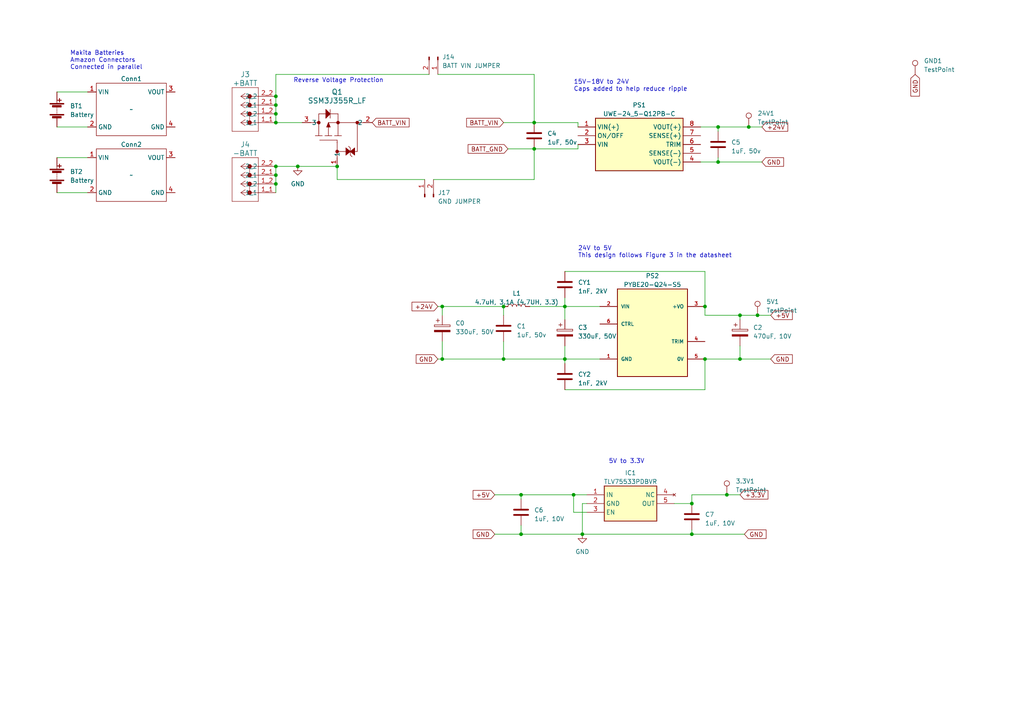
<source format=kicad_sch>
(kicad_sch (version 20230121) (generator eeschema)
  (paper "A4")
  (lib_symbols
    (symbol "2604-1102:2604-1102" (pin_names (offset 0.254))
      (property "Reference" "J" (at 8.89 6.35 0))
      (property "Value" "2604-1102" (at 0 0 0))
      (symbol "2604-1102_0_1"
        (polyline (pts (xy 5.08 -10.16) (xy 12.7 -10.16)) (stroke (width 0.127)))
        (polyline (pts (xy 5.08 2.54) (xy 5.08 -10.16)) (stroke (width 0.127)))
        (polyline (pts (xy 7.62 -5.08) (xy 7.62 -7.62)) (stroke (width 0.127)))
        (polyline (pts (xy 7.62 0) (xy 7.62 -2.54)) (stroke (width 0.127)))
        (polyline (pts (xy 10.16 -7.62) (xy 5.08 -7.62)) (stroke (width 0.127)))
        (polyline (pts (xy 10.16 -7.62) (xy 8.89 -8.4667)) (stroke (width 0.127)))
        (polyline (pts (xy 10.16 -7.62) (xy 8.89 -6.7733)) (stroke (width 0.127)))
        (polyline (pts (xy 10.16 -5.08) (xy 5.08 -5.08)) (stroke (width 0.127)))
        (polyline (pts (xy 10.16 -5.08) (xy 8.89 -5.9267)) (stroke (width 0.127)))
        (polyline (pts (xy 10.16 -5.08) (xy 8.89 -4.2333)) (stroke (width 0.127)))
        (polyline (pts (xy 10.16 -2.54) (xy 5.08 -2.54)) (stroke (width 0.127)))
        (polyline (pts (xy 10.16 -2.54) (xy 8.89 -3.3867)) (stroke (width 0.127)))
        (polyline (pts (xy 10.16 -2.54) (xy 8.89 -1.6933)) (stroke (width 0.127)))
        (polyline (pts (xy 10.16 0) (xy 5.08 0)) (stroke (width 0.127)))
        (polyline (pts (xy 10.16 0) (xy 8.89 -0.8467)) (stroke (width 0.127)))
        (polyline (pts (xy 10.16 0) (xy 8.89 0.8467)) (stroke (width 0.127)))
        (polyline (pts (xy 12.7 -10.16) (xy 12.7 2.54)) (stroke (width 0.127)))
        (polyline (pts (xy 12.7 2.54) (xy 5.08 2.54)) (stroke (width 0.127)))
        (circle (center 7.62 -7.62) (radius 0.127) (stroke (width 0.508)))
        (circle (center 7.62 -5.08) (radius 0.127) (stroke (width 0.508)))
        (circle (center 7.62 -2.54) (radius 0.127) (stroke (width 0.508)))
        (circle (center 7.62 0) (radius 0.127) (stroke (width 0.508)))
        (pin unspecified line (at 0 0 0) (length 5.08) (name "1_1") (number "1_1"))
        (pin unspecified line (at 0 -2.54 0) (length 5.08) (name "1_2") (number "1_2"))
        (pin unspecified line (at 0 -5.08 0) (length 5.08) (name "2_1") (number "2_1"))
        (pin unspecified line (at 0 -7.62 0) (length 5.08) (name "2_2") (number "2_2"))
      )
    )
    (symbol "Connector:Conn_01x02_Pin" (pin_names (offset 1.016) hide)
      (property "Reference" "J" (at 0 2.54 0))
      (property "Value" "Conn_01x02_Pin" (at 0 -5.08 0))
      (symbol "Conn_01x02_Pin_1_1"
        (polyline (pts (xy 1.27 -2.54) (xy 0.8636 -2.54)) (stroke (width 0.1524)))
        (polyline (pts (xy 1.27 0) (xy 0.8636 0)) (stroke (width 0.1524)))
        (rectangle (start 0.8636 -2.413) (end 0 -2.667) (stroke (width 0.1524)) (fill (type outline)))
        (rectangle (start 0.8636 0.127) (end 0 -0.127) (stroke (width 0.1524)) (fill (type outline)))
        (pin passive line (at 5.08 0 180) (length 3.81) (name "Pin_1") (number "1"))
        (pin passive line (at 5.08 -2.54 180) (length 3.81) (name "Pin_2") (number "2"))
      )
    )
    (symbol "Connector:TestPoint" (pin_numbers hide) (pin_names (offset 0.762) hide)
      (property "Reference" "TP" (at 0 6.858 0))
      (property "Value" "TestPoint" (at 0 5.08 0))
      (symbol "TestPoint_0_1"
        (circle (center 0 3.302) (radius 0.762))
      )
      (symbol "TestPoint_1_1"
        (pin passive line (at 0 0 90) (length 2.54) (name "1") (number "1"))
      )
    )
    (symbol "Device:Battery" (pin_numbers hide) (pin_names (offset 0) hide)
      (property "Reference" "BT" (at 2.54 2.54 0))
      (property "Value" "Battery" (at 2.54 0 0))
      (symbol "Battery_0_1"
        (rectangle (start -2.032 -1.397) (end 2.032 -1.651) (fill (type outline)))
        (rectangle (start -2.032 1.778) (end 2.032 1.524) (fill (type outline)))
        (rectangle (start -1.3208 -1.9812) (end 1.27 -2.4892) (fill (type outline)))
        (rectangle (start -1.3208 1.1938) (end 1.27 0.6858) (fill (type outline)))
        (polyline (pts (xy 0 -1.524) (xy 0 -1.27)))
        (polyline (pts (xy 0 -1.016) (xy 0 -0.762)))
        (polyline (pts (xy 0 -0.508) (xy 0 -0.254)))
        (polyline (pts (xy 0 0) (xy 0 0.254)))
        (polyline (pts (xy 0 0.508) (xy 0 0.762)))
        (polyline (pts (xy 0 1.778) (xy 0 2.54)))
        (polyline (pts (xy 0.254 2.667) (xy 1.27 2.667)) (stroke (width 0.254)))
        (polyline (pts (xy 0.762 3.175) (xy 0.762 2.159)) (stroke (width 0.254)))
      )
      (symbol "Battery_1_1"
        (pin passive line (at 0 5.08 270) (length 2.54) (name "+") (number "1"))
        (pin passive line (at 0 -5.08 90) (length 2.54) (name "-") (number "2"))
      )
    )
    (symbol "Device:C" (pin_numbers hide) (pin_names (offset 0.254))
      (property "Reference" "C" (at 0.635 2.54 0))
      (property "Value" "C" (at 0.635 -2.54 0))
      (symbol "C_0_1"
        (polyline (pts (xy -2.032 -0.762) (xy 2.032 -0.762)) (stroke (width 0.508)))
        (polyline (pts (xy -2.032 0.762) (xy 2.032 0.762)) (stroke (width 0.508)))
      )
      (symbol "C_1_1"
        (pin passive line (at 0 3.81 270) (length 2.794) (name "~") (number "1"))
        (pin passive line (at 0 -3.81 90) (length 2.794) (name "~") (number "2"))
      )
    )
    (symbol "Device:C_Polarized" (pin_numbers hide) (pin_names (offset 0.254))
      (property "Reference" "C" (at 0.635 2.54 0))
      (property "Value" "C_Polarized" (at 0.635 -2.54 0))
      (symbol "C_Polarized_0_1"
        (rectangle (start -2.286 0.508) (end 2.286 1.016))
        (polyline (pts (xy -1.778 2.286) (xy -0.762 2.286)))
        (polyline (pts (xy -1.27 2.794) (xy -1.27 1.778)))
        (rectangle (start 2.286 -0.508) (end -2.286 -1.016) (fill (type outline)))
      )
      (symbol "C_Polarized_1_1"
        (pin passive line (at 0 3.81 270) (length 2.794) (name "~") (number "1"))
        (pin passive line (at 0 -3.81 90) (length 2.794) (name "~") (number "2"))
      )
    )
    (symbol "Device:L" (pin_numbers hide) (pin_names (offset 1.016) hide)
      (property "Reference" "L" (at -1.27 0 90))
      (property "Value" "L" (at 1.905 0 90))
      (symbol "L_0_1"
        (arc (start 0 -2.54) (mid 0.6323 -1.905) (end 0 -1.27))
        (arc (start 0 -1.27) (mid 0.6323 -0.635) (end 0 0))
        (arc (start 0 0) (mid 0.6323 0.635) (end 0 1.27))
        (arc (start 0 1.27) (mid 0.6323 1.905) (end 0 2.54))
      )
      (symbol "L_1_1"
        (pin passive line (at 0 3.81 270) (length 1.27) (name "1") (number "1"))
        (pin passive line (at 0 -3.81 90) (length 1.27) (name "2") (number "2"))
      )
    )
    (symbol "MakitaBatteryAdapter:MakitaBatteryAdapter"
      (property "Reference" "Conn" (at 0 10.16 0))
      (symbol "MakitaBatteryAdapter_0_1"
        (rectangle (start -10.16 7.62) (end 10.16 -7.62))
      )
      (symbol "MakitaBatteryAdapter_1_1"
        (pin input line (at -12.7 5.08 0) (length 2.54) (name "VIN") (number "1"))
        (pin input line (at -12.7 -5.08 0) (length 2.54) (name "GND") (number "2"))
        (pin output line (at 12.7 5.08 180) (length 2.54) (name "VOUT") (number "3"))
        (pin output line (at 12.7 -5.08 180) (length 2.54) (name "GND") (number "4"))
      )
    )
    (symbol "PYBE20-Q24-S5:PYBE20-Q24-S5" (pin_names (offset 1.016))
      (property "Reference" "PS" (at -10.16 12.7 0))
      (property "Value" "PYBE20-Q24-S5" (at -10.16 -15.24 0))
      (symbol "PYBE20-Q24-S5_0_0"
        (rectangle (start -10.16 -12.7) (end 10.16 12.7) (stroke (width 0.254)) (fill (type background)))
        (pin power_in line (at -15.24 -7.62 0) (length 5.08) (name "GND") (number "1"))
        (pin input line (at -15.24 7.62 0) (length 5.08) (name "VIN") (number "2"))
        (pin output line (at 15.24 7.62 180) (length 5.08) (name "+VO") (number "3"))
        (pin input line (at 15.24 -2.54 180) (length 5.08) (name "TRIM") (number "4"))
        (pin power_in line (at 15.24 -7.62 180) (length 5.08) (name "0V") (number "5"))
        (pin input line (at -15.24 2.54 0) (length 5.08) (name "CTRL") (number "6"))
      )
    )
    (symbol "SSM3J355R_LF:SSM3J355R_LF" (pin_names (offset 0.254))
      (property "Reference" "MOSFET" (at 0 0 0))
      (property "Value" "SSM3J355R_LF" (at 0 0 0))
      (symbol "SSM3J355R_LF_0_1"
        (polyline (pts (xy 0 -7.62) (xy 4.572 -7.62)) (stroke (width 0.1524)))
        (polyline (pts (xy 0.762 -12.7) (xy 2.794 -12.7)) (stroke (width 0.1524)))
        (polyline (pts (xy 0.762 -11.43) (xy 0.254 -11.938)) (stroke (width 0.1524)))
        (polyline (pts (xy 0.762 -11.43) (xy 2.794 -11.43)) (stroke (width 0.1524)))
        (polyline (pts (xy 0.762 -10.16) (xy 1.778 -11.43)) (stroke (width 0.1524)))
        (polyline (pts (xy 0.762 -10.16) (xy 2.794 -10.16)) (stroke (width 0.1524)))
        (polyline (pts (xy 1.778 -13.462) (xy 10.16 -13.462)) (stroke (width 0.1524)))
        (polyline (pts (xy 1.778 -12.7) (xy 1.778 -13.462)) (stroke (width 0.1524)))
        (polyline (pts (xy 1.778 -11.43) (xy 0.762 -12.7)) (stroke (width 0.1524)))
        (polyline (pts (xy 1.778 -7.62) (xy 1.778 -10.16)) (stroke (width 0.1524)))
        (polyline (pts (xy 2.794 -12.7) (xy 1.778 -11.43)) (stroke (width 0.1524)))
        (polyline (pts (xy 2.794 -11.43) (xy 3.302 -10.922)) (stroke (width 0.1524)))
        (polyline (pts (xy 2.794 -10.16) (xy 1.778 -11.43)) (stroke (width 0.1524)))
        (polyline (pts (xy 5.08 -7.62) (xy 4.318 -7.62)) (stroke (width 0.1524)))
        (polyline (pts (xy 5.08 -7.62) (xy 5.08 -2.54)) (stroke (width 0.1524)))
        (polyline (pts (xy 6.35 -8.89) (xy 6.35 -6.858)) (stroke (width 0.1524)))
        (polyline (pts (xy 6.35 -7.874) (xy 12.7 -7.874)) (stroke (width 0.1524)))
        (polyline (pts (xy 6.35 -6.096) (xy 6.35 -4.064)) (stroke (width 0.1524)))
        (polyline (pts (xy 6.35 -5.08) (xy 8.89 -5.08)) (stroke (width 0.1524)))
        (polyline (pts (xy 6.35 -3.302) (xy 6.35 -1.27)) (stroke (width 0.1524)))
        (polyline (pts (xy 8.89 -5.588) (xy 10.16 -5.08)) (stroke (width 0.1524)))
        (polyline (pts (xy 8.89 -4.572) (xy 8.89 -5.588)) (stroke (width 0.1524)))
        (polyline (pts (xy 10.16 -5.08) (xy 8.89 -4.572)) (stroke (width 0.1524)))
        (polyline (pts (xy 10.16 -5.08) (xy 10.16 -15.24)) (stroke (width 0.1524)))
        (polyline (pts (xy 10.16 0) (xy 10.16 -2.286)) (stroke (width 0.1524)))
        (polyline (pts (xy 11.43 -5.588) (xy 13.97 -5.588)) (stroke (width 0.1524)))
        (polyline (pts (xy 11.43 -4.318) (xy 13.97 -4.318)) (stroke (width 0.1524)))
        (polyline (pts (xy 12.7 -7.874) (xy 12.7 -5.588)) (stroke (width 0.1524)))
        (polyline (pts (xy 12.7 -5.588) (xy 11.43 -4.318)) (stroke (width 0.1524)))
        (polyline (pts (xy 12.7 -4.318) (xy 12.7 -2.286)) (stroke (width 0.1524)))
        (polyline (pts (xy 12.7 -2.286) (xy 6.35 -2.286)) (stroke (width 0.1524)))
        (polyline (pts (xy 13.97 -4.318) (xy 12.7 -5.588)) (stroke (width 0.1524)))
        (polyline (pts (xy 8.89 -4.572) (xy 8.89 -5.588) (xy 10.16 -5.08)) (fill (type outline)))
        (polyline (pts (xy 11.43 -4.318) (xy 12.7 -5.588) (xy 13.97 -4.318)) (fill (type outline)))
        (polyline (pts (xy 0.762 -10.16) (xy 1.778 -11.43) (xy 0.762 -12.7) (xy 2.794 -12.7) (xy 1.778 -11.43) (xy 2.794 -10.16)) (fill (type outline)))
        (circle (center 1.778 -7.62) (radius 0.254) (stroke (width 0.508)))
        (circle (center 10.16 -13.462) (radius 0.254) (stroke (width 0.508)))
        (circle (center 10.16 -7.874) (radius 0.254) (stroke (width 0.508)))
        (circle (center 10.16 -2.286) (radius 0.254) (stroke (width 0.508)))
        (pin unspecified line (at -2.54 -7.62 0) (length 2.54) (name "1") (number "1"))
        (pin unspecified line (at 10.16 -17.78 90) (length 2.54) (name "2") (number "2"))
        (pin unspecified line (at 10.16 2.54 270) (length 2.54) (name "3") (number "3"))
      )
    )
    (symbol "TLV75533PDBVR:TLV75533PDBVR"
      (property "Reference" "IC" (at 21.59 7.62 0))
      (property "Value" "TLV75533PDBVR" (at 21.59 5.08 0))
      (symbol "TLV75533PDBVR_1_1"
        (rectangle (start 5.08 2.54) (end 20.32 -7.62) (stroke (width 0.254)) (fill (type background)))
        (pin passive line (at 0 0 0) (length 5.08) (name "IN") (number "1"))
        (pin passive line (at 0 -2.54 0) (length 5.08) (name "GND") (number "2"))
        (pin passive line (at 0 -5.08 0) (length 5.08) (name "EN") (number "3"))
        (pin no_connect line (at 25.4 0 180) (length 5.08) (name "NC") (number "4"))
        (pin passive line (at 25.4 -2.54 180) (length 5.08) (name "OUT") (number "5"))
      )
    )
    (symbol "UWE-245-Q12PB-C:UWE-24_5-Q12PB-C"
      (property "Reference" "PS" (at 31.75 7.62 0))
      (property "Value" "UWE-24_5-Q12PB-C" (at 31.75 5.08 0))
      (symbol "UWE-24_5-Q12PB-C_1_1"
        (rectangle (start 5.08 2.54) (end 30.48 -12.7) (stroke (width 0.254)) (fill (type background)))
        (pin passive line (at 0 0 0) (length 5.08) (name "VIN(+)") (number "1"))
        (pin passive line (at 0 -2.54 0) (length 5.08) (name "ON/OFF") (number "2"))
        (pin passive line (at 0 -5.08 0) (length 5.08) (name "VIN") (number "3"))
        (pin passive line (at 35.56 -10.16 180) (length 5.08) (name "VOUT(-)") (number "4"))
        (pin passive line (at 35.56 -7.62 180) (length 5.08) (name "SENSE(-)") (number "5"))
        (pin passive line (at 35.56 -5.08 180) (length 5.08) (name "TRIM") (number "6"))
        (pin passive line (at 35.56 -2.54 180) (length 5.08) (name "SENSE(+)") (number "7"))
        (pin passive line (at 35.56 0 180) (length 5.08) (name "VOUT(+)") (number "8"))
      )
    )
    (symbol "power:GND" (power) (pin_names (offset 0))
      (property "Value" "GND" (at 0 -3.81 0))
      (symbol "GND_0_1"
        (polyline (pts (xy 0 0) (xy 0 -1.27) (xy 1.27 -1.27) (xy 0 -2.54) (xy -1.27 -1.27) (xy 0 -1.27)))
      )
      (symbol "GND_1_1"
        (pin power_in line (at 0 0 270) (length 0) hide (name "GND") (number "1"))
      )
    )
  )
  (junction (at 80.01 27.94))
  (junction (at 204.47 88.9))
  (junction (at 80.01 50.8))
  (junction (at 80.01 48.26))
  (junction (at 208.28 46.99))
  (junction (at 80.01 35.56))
  (junction (at 146.05 88.9))
  (junction (at 80.01 30.48))
  (junction (at 200.66 154.94))
  (junction (at 219.71 91.44))
  (junction (at 154.94 35.56))
  (junction (at 163.83 88.9))
  (junction (at 166.37 143.51))
  (junction (at 80.01 53.34))
  (junction (at 204.47 104.14))
  (junction (at 163.83 104.14))
  (junction (at 151.13 154.94))
  (junction (at 128.27 88.9))
  (junction (at 154.94 43.18))
  (junction (at 210.82 143.51))
  (junction (at 200.66 146.05))
  (junction (at 146.05 104.14))
  (junction (at 214.63 91.44))
  (junction (at 151.13 143.51))
  (junction (at 128.27 104.14))
  (junction (at 168.91 154.94))
  (junction (at 86.36 48.26))
  (junction (at 208.28 36.83))
  (junction (at 97.79 48.26))
  (junction (at 217.17 36.83))
  (junction (at 80.01 33.02))
  (junction (at 214.63 104.14))
  (wire (pts (xy 80.01 48.26) (xy 80.01 50.8)))
  (wire (pts (xy 154.94 43.18) (xy 167.64 43.18)))
  (wire (pts (xy 147.32 43.18) (xy 154.94 43.18)))
  (wire (pts (xy 204.47 78.74) (xy 204.47 88.9)))
  (wire (pts (xy 168.91 146.05) (xy 168.91 154.94)))
  (wire (pts (xy 16.51 26.67) (xy 25.4 26.67)))
  (wire (pts (xy 170.18 148.59) (xy 166.37 148.59)))
  (wire (pts (xy 204.47 91.44) (xy 204.47 88.9)))
  (wire (pts (xy 16.51 45.72) (xy 25.4 45.72)))
  (wire (pts (xy 200.66 154.94) (xy 168.91 154.94)))
  (wire (pts (xy 127 21.59) (xy 154.94 21.59)))
  (wire (pts (xy 97.79 52.07) (xy 97.79 48.26)))
  (wire (pts (xy 166.37 143.51) (xy 151.13 143.51)))
  (wire (pts (xy 143.51 154.94) (xy 151.13 154.94)))
  (wire (pts (xy 153.67 88.9) (xy 163.83 88.9)))
  (wire (pts (xy 151.13 154.94) (xy 168.91 154.94)))
  (wire (pts (xy 163.83 78.74) (xy 204.47 78.74)))
  (wire (pts (xy 214.63 92.71) (xy 214.63 91.44)))
  (wire (pts (xy 128.27 91.44) (xy 128.27 88.9)))
  (wire (pts (xy 80.01 30.48) (xy 80.01 33.02)))
  (wire (pts (xy 123.19 52.07) (xy 97.79 52.07)))
  (wire (pts (xy 170.18 146.05) (xy 168.91 146.05)))
  (wire (pts (xy 146.05 99.06) (xy 146.05 104.14)))
  (wire (pts (xy 163.83 88.9) (xy 163.83 86.36)))
  (wire (pts (xy 208.28 38.1) (xy 208.28 36.83)))
  (wire (pts (xy 128.27 88.9) (xy 146.05 88.9)))
  (wire (pts (xy 16.51 36.83) (xy 25.4 36.83)))
  (wire (pts (xy 146.05 104.14) (xy 163.83 104.14)))
  (wire (pts (xy 125.73 52.07) (xy 154.94 52.07)))
  (wire (pts (xy 154.94 52.07) (xy 154.94 43.18)))
  (wire (pts (xy 210.82 143.51) (xy 214.63 143.51)))
  (wire (pts (xy 195.58 146.05) (xy 200.66 146.05)))
  (wire (pts (xy 143.51 143.51) (xy 151.13 143.51)))
  (wire (pts (xy 128.27 99.06) (xy 128.27 104.14)))
  (wire (pts (xy 146.05 88.9) (xy 146.05 91.44)))
  (wire (pts (xy 208.28 46.99) (xy 220.98 46.99)))
  (wire (pts (xy 80.01 50.8) (xy 80.01 53.34)))
  (wire (pts (xy 80.01 27.94) (xy 80.01 30.48)))
  (wire (pts (xy 25.4 55.88) (xy 16.51 55.88)))
  (wire (pts (xy 80.01 53.34) (xy 80.01 55.88)))
  (wire (pts (xy 217.17 36.83) (xy 220.98 36.83)))
  (wire (pts (xy 208.28 36.83) (xy 217.17 36.83)))
  (wire (pts (xy 208.28 46.99) (xy 208.28 45.72)))
  (wire (pts (xy 200.66 154.94) (xy 215.9 154.94)))
  (wire (pts (xy 200.66 143.51) (xy 210.82 143.51)))
  (wire (pts (xy 127 104.14) (xy 128.27 104.14)))
  (wire (pts (xy 154.94 21.59) (xy 154.94 35.56)))
  (wire (pts (xy 173.99 88.9) (xy 163.83 88.9)))
  (wire (pts (xy 203.2 46.99) (xy 208.28 46.99)))
  (wire (pts (xy 163.83 100.33) (xy 163.83 104.14)))
  (wire (pts (xy 170.18 143.51) (xy 166.37 143.51)))
  (wire (pts (xy 167.64 35.56) (xy 167.64 36.83)))
  (wire (pts (xy 214.63 91.44) (xy 204.47 91.44)))
  (wire (pts (xy 214.63 91.44) (xy 219.71 91.44)))
  (wire (pts (xy 128.27 104.14) (xy 146.05 104.14)))
  (wire (pts (xy 146.05 35.56) (xy 154.94 35.56)))
  (wire (pts (xy 173.99 104.14) (xy 163.83 104.14)))
  (wire (pts (xy 163.83 88.9) (xy 163.83 92.71)))
  (wire (pts (xy 151.13 143.51) (xy 151.13 144.78)))
  (wire (pts (xy 208.28 36.83) (xy 203.2 36.83)))
  (wire (pts (xy 167.64 35.56) (xy 154.94 35.56)))
  (wire (pts (xy 214.63 104.14) (xy 223.52 104.14)))
  (wire (pts (xy 163.83 113.03) (xy 204.47 113.03)))
  (wire (pts (xy 80.01 48.26) (xy 86.36 48.26)))
  (wire (pts (xy 204.47 113.03) (xy 204.47 104.14)))
  (wire (pts (xy 214.63 104.14) (xy 204.47 104.14)))
  (wire (pts (xy 80.01 33.02) (xy 80.01 35.56)))
  (wire (pts (xy 127 88.9) (xy 128.27 88.9)))
  (wire (pts (xy 167.64 41.91) (xy 167.64 43.18)))
  (wire (pts (xy 80.01 35.56) (xy 87.63 35.56)))
  (wire (pts (xy 219.71 91.44) (xy 223.52 91.44)))
  (wire (pts (xy 214.63 100.33) (xy 214.63 104.14)))
  (wire (pts (xy 151.13 152.4) (xy 151.13 154.94)))
  (wire (pts (xy 124.46 21.59) (xy 80.01 21.59)))
  (wire (pts (xy 200.66 153.67) (xy 200.66 154.94)))
  (wire (pts (xy 166.37 143.51) (xy 166.37 148.59)))
  (wire (pts (xy 80.01 21.59) (xy 80.01 27.94)))
  (wire (pts (xy 200.66 146.05) (xy 200.66 143.51)))
  (wire (pts (xy 86.36 48.26) (xy 97.79 48.26)))
  (wire (pts (xy 163.83 104.14) (xy 163.83 105.41)))
  (text "Makita Batteries\nAmazon Connectors\nConnected in parallel" (at 20.32 20.32 0) (effects (font (size 1.27 1.27)) (justify left bottom)))
  (text "5V to 3.3V" (at 176.53 134.62 0) (effects (font (size 1.27 1.27)) (justify left bottom)))
  (text "15V-18V to 24V\nCaps added to help reduce ripple" (at 166.37 26.67 0) (effects (font (size 1.27 1.27)) (justify left bottom)))
  (text "Reverse Voltage Protection" (at 85.09 24.13 0) (effects (font (size 1.27 1.27)) (justify left bottom)))
  (text "24V to 5V\nThis design follows Figure 3 in the datasheet" (at 167.64 74.93 0) (effects (font (size 1.27 1.27)) (justify left bottom)))
  (global_label "+24V" (shape input) (at 220.98 36.83 0) (property "Intersheetrefs" "${INTERSHEET_REFS}" (at 228.9658 36.83 0) (effects (justify left))))
  (global_label "GND" (shape input) (at 220.98 46.99 0) (property "Intersheetrefs" "${INTERSHEET_REFS}" (at 227.7563 46.99 0) (effects (justify left))))
  (global_label "GND" (shape input) (at 215.9 154.94 0) (property "Intersheetrefs" "${INTERSHEET_REFS}" (at 222.6763 154.94 0) (effects (justify left))))
  (global_label "GND" (shape input) (at 265.43 21.59 270) (property "Intersheetrefs" "${INTERSHEET_REFS}" (at 265.43 28.3663 90) (effects (justify right))))
  (global_label "GND" (shape input) (at 143.51 154.94 180) (property "Intersheetrefs" "${INTERSHEET_REFS}" (at 136.7337 154.94 0) (effects (justify right))))
  (global_label "+3.3V" (shape input) (at 214.63 143.51 0) (property "Intersheetrefs" "${INTERSHEET_REFS}" (at 223.2206 143.51 0) (effects (justify left))))
  (global_label "GND" (shape input) (at 127 104.14 180) (property "Intersheetrefs" "${INTERSHEET_REFS}" (at 120.2237 104.14 0) (effects (justify right))))
  (global_label "BATT_VIN" (shape input) (at 146.05 35.56 180) (property "Intersheetrefs" "${INTERSHEET_REFS}" (at 134.8589 35.56 0) (effects (justify right))))
  (global_label "BATT_GND" (shape input) (at 147.32 43.18 180) (property "Intersheetrefs" "${INTERSHEET_REFS}" (at 135.2823 43.18 0) (effects (justify right))))
  (global_label "BATT_VIN" (shape input) (at 107.95 35.56 0) (property "Intersheetrefs" "${INTERSHEET_REFS}" (at 119.1411 35.56 0) (effects (justify left))))
  (global_label "GND" (shape input) (at 223.52 104.14 0) (property "Intersheetrefs" "${INTERSHEET_REFS}" (at 230.2963 104.14 0) (effects (justify left))))
  (global_label "+5V" (shape input) (at 143.51 143.51 180) (property "Intersheetrefs" "${INTERSHEET_REFS}" (at 136.7337 143.51 0) (effects (justify right))))
  (global_label "+5V" (shape input) (at 223.52 91.44 0) (property "Intersheetrefs" "${INTERSHEET_REFS}" (at 230.2963 91.44 0) (effects (justify left))))
  (global_label "+24V" (shape input) (at 127 88.9 180) (property "Intersheetrefs" "${INTERSHEET_REFS}" (at 119.0142 88.9 0) (effects (justify right))))
  (symbol (lib_id "power:GND") (at 168.91 154.94 0) (unit 1)
    (property "Reference" "#PWR01" (effects hide))
    (property "Value" "GND" (at 168.91 160.02 0))
  )
  (symbol (lib_id "Device:C") (at 163.83 82.55 0) (unit 1)
    (property "Reference" "CY1" (at 167.64 81.915 0) (effects (justify left)))
    (property "Value" "1nF, 2kV" (at 167.64 84.455 0) (effects (justify left)))
    (property "Footprint" "Capacitor_SMD:C_1812_4532Metric_Pad1.57x3.40mm_HandSolder" (effects hide))
    (property "Datasheet" "https://connect.kemet.com:7667/gateway/IntelliData-ComponentDocumentation/1.0/download/datasheet/C1812C102KGRACAUTO" (effects hide))
    (property "Part Number" "C1812C102KGRACAUTO" (effects hide))
  )
  (symbol (lib_id "Device:C") (at 154.94 39.37 0) (unit 1)
    (property "Reference" "C4" (at 158.75 38.735 0) (effects (justify left)))
    (property "Value" "1uF, 50v" (at 158.75 41.275 0) (effects (justify left)))
    (property "Footprint" "Capacitor_SMD:C_0805_2012Metric_Pad1.18x1.45mm_HandSolder" (effects hide))
    (property "Datasheet" "https://mm.digikey.com/Volume0/opasdata/d220001/medias/docus/658/CL21B105KBFNNNG_Spec.pdf" (effects hide))
    (property "Part Number" "CL21B105KBFNNNG" (effects hide))
  )
  (symbol (lib_id "Connector:Conn_01x02_Pin") (at 123.19 57.15 90) (unit 1)
    (property "Reference" "J17" (at 127 55.88 90) (effects (justify right)))
    (property "Value" "GND JUMPER" (at 127 58.42 90) (effects (justify right)))
    (property "Footprint" "Connector_PinHeader_2.54mm:PinHeader_1x02_P2.54mm_Vertical" (effects hide))
  )
  (symbol (lib_id "MakitaBatteryAdapter:MakitaBatteryAdapter") (at 38.1 50.8 0) (unit 1)
    (property "Reference" "Conn2" (at 38.1 41.91 0))
    (property "Value" "~" (at 38.1 50.8 0))
  )
  (symbol (lib_id "Connector:TestPoint") (at 265.43 21.59 0) (unit 1)
    (property "Reference" "GND1" (at 267.97 17.653 0) (effects (justify left)))
    (property "Value" "TestPoint" (at 267.97 20.193 0) (effects (justify left)))
    (property "Footprint" "TestPoint:TestPoint_Pad_D2.5mm" (effects hide))
  )
  (symbol (lib_id "Device:C") (at 208.28 41.91 0) (unit 1)
    (property "Reference" "C5" (at 212.09 41.275 0) (effects (justify left)))
    (property "Value" "1uF, 50v" (at 212.09 43.815 0) (effects (justify left)))
    (property "Footprint" "Capacitor_SMD:C_0805_2012Metric_Pad1.18x1.45mm_HandSolder" (effects hide))
    (property "Datasheet" "https://mm.digikey.com/Volume0/opasdata/d220001/medias/docus/658/CL21B105KBFNNNG_Spec.pdf" (effects hide))
    (property "Part Number" "CL21B105KBFNNNG" (effects hide))
  )
  (symbol (lib_id "Device:C_Polarized") (at 163.83 96.52 0) (unit 1)
    (property "Reference" "C3" (at 167.64 94.996 0) (effects (justify left)))
    (property "Value" "330uF, 50V" (at 167.64 97.536 0) (effects (justify left)))
    (property "Footprint" "Capacitor_THT:CP_Radial_D10.0mm_P5.00mm" (effects hide))
    (property "Datasheet" "https://mm.digikey.com/Volume0/opasdata/d220001/medias/docus/2452/ECA-xxM%20Series,TypeA.pdf" (effects hide))
    (property "Part Number" "ECA-1HM331B" (effects hide))
  )
  (symbol (lib_id "Device:C") (at 146.05 95.25 0) (unit 1)
    (property "Reference" "C1" (at 149.86 94.615 0) (effects (justify left)))
    (property "Value" "1uF, 50v" (at 149.86 97.155 0) (effects (justify left)))
    (property "Footprint" "Capacitor_SMD:C_0805_2012Metric_Pad1.18x1.45mm_HandSolder" (effects hide))
    (property "Datasheet" "https://mm.digikey.com/Volume0/opasdata/d220001/medias/docus/658/CL21B105KBFNNNG_Spec.pdf" (effects hide))
    (property "Part Number" "CL21B105KBFNNNG" (effects hide))
  )
  (symbol (lib_id "Device:C_Polarized") (at 128.27 95.25 0) (unit 1)
    (property "Reference" "C0" (at 132.08 93.726 0) (effects (justify left)))
    (property "Value" "330uF, 50V" (at 132.08 96.266 0) (effects (justify left)))
    (property "Footprint" "Capacitor_THT:CP_Radial_D10.0mm_P5.00mm" (effects hide))
    (property "Datasheet" "https://mm.digikey.com/Volume0/opasdata/d220001/medias/docus/2452/ECA-xxM%20Series,TypeA.pdf" (effects hide))
    (property "Part Number" "ECA-1HM331B" (effects hide))
  )
  (symbol (lib_id "Device:Battery") (at 16.51 50.8 0) (unit 1)
    (property "Reference" "BT2" (at 20.32 49.784 0) (effects (justify left)))
    (property "Value" "Battery" (at 20.32 52.324 0) (effects (justify left)))
  )
  (symbol (lib_id "2604-1102:2604-1102") (at 80.01 35.56 180) (unit 1)
    (property "Reference" "J3" (at 71.12 21.59 0) (effects (font (size 1.524 1.524))))
    (property "Value" "+BATT" (at 71.12 24.13 0) (effects (font (size 1.524 1.524))))
    (property "Footprint" "2604-1102:2604-1102" (effects hide))
    (property "Datasheet" "2604-1102" (effects hide))
  )
  (symbol (lib_id "Connector:TestPoint") (at 210.82 143.51 0) (unit 1)
    (property "Reference" "3.3V1" (at 213.36 139.573 0) (effects (justify left)))
    (property "Value" "TestPoint" (at 213.36 142.113 0) (effects (justify left)))
    (property "Footprint" "TestPoint:TestPoint_Pad_D2.5mm" (effects hide))
  )
  (symbol (lib_id "Device:C_Polarized") (at 214.63 96.52 0) (unit 1)
    (property "Reference" "C2" (at 218.44 94.996 0) (effects (justify left)))
    (property "Value" "470uF, 10V" (at 218.44 97.536 0) (effects (justify left)))
    (property "Footprint" "Capacitor_Tantalum_SMD:CP_EIA-7343-15_Kemet-W_Pad2.25x2.55mm_HandSolder" (effects hide))
    (property "Datasheet" "https://www.vishay.com/docs/40002/293d.pdf" (effects hide))
    (property "Part Number" "293D477X9010E2TE3" (effects hide))
  )
  (symbol (lib_id "Connector:TestPoint") (at 219.71 91.44 0) (unit 1)
    (property "Reference" "5V1" (at 222.25 87.503 0) (effects (justify left)))
    (property "Value" "TestPoint" (at 222.25 90.043 0) (effects (justify left)))
    (property "Footprint" "TestPoint:TestPoint_Pad_D2.5mm" (effects hide))
  )
  (symbol (lib_id "Connector:TestPoint") (at 217.17 36.83 0) (unit 1)
    (property "Reference" "24V1" (at 219.71 32.893 0) (effects (justify left)))
    (property "Value" "TestPoint" (at 219.71 35.433 0) (effects (justify left)))
    (property "Footprint" "TestPoint:TestPoint_Pad_D2.5mm" (effects hide))
  )
  (symbol (lib_id "Device:Battery") (at 16.51 31.75 0) (unit 1)
    (property "Reference" "BT1" (at 20.32 30.734 0) (effects (justify left)))
    (property "Value" "Battery" (at 20.32 33.274 0) (effects (justify left)))
  )
  (symbol (lib_id "Device:C") (at 200.66 149.86 0) (unit 1)
    (property "Reference" "C7" (at 204.47 149.225 0) (effects (justify left)))
    (property "Value" "1uF, 10V" (at 204.47 151.765 0) (effects (justify left)))
    (property "Footprint" "Capacitor_SMD:C_0805_2012Metric_Pad1.18x1.45mm_HandSolder" (effects hide))
    (property "Datasheet" "https://www.samsungsem.com/kr/support/product-search/mlcc/CL21B105KPFNNNE.jsp" (effects hide))
    (property "Part Number" "CL21B105KPFNNNE" (effects hide))
  )
  (symbol (lib_id "Connector:Conn_01x02_Pin") (at 127 16.51 270) (unit 1)
    (property "Reference" "J14" (at 128.27 16.51 90) (effects (justify left)))
    (property "Value" "BATT VIN JUMPER" (at 128.27 19.05 90) (effects (justify left)))
    (property "Footprint" "Connector_PinHeader_2.54mm:PinHeader_1x02_P2.54mm_Vertical" (effects hide))
  )
  (symbol (lib_id "MakitaBatteryAdapter:MakitaBatteryAdapter") (at 38.1 31.75 0) (unit 1)
    (property "Reference" "Conn1" (at 38.1 22.86 0))
    (property "Value" "~" (at 38.1 31.75 0))
  )
  (symbol (lib_id "Device:C") (at 163.83 109.22 0) (unit 1)
    (property "Reference" "CY2" (at 167.64 108.585 0) (effects (justify left)))
    (property "Value" "1nF, 2kV" (at 167.64 111.125 0) (effects (justify left)))
    (property "Footprint" "Capacitor_SMD:C_1812_4532Metric_Pad1.57x3.40mm_HandSolder" (effects hide))
    (property "Datasheet" "https://connect.kemet.com:7667/gateway/IntelliData-ComponentDocumentation/1.0/download/datasheet/C1812C102KGRACAUTO" (effects hide))
    (property "Part Number" "C1812C102KGRACAUTO" (effects hide))
  )
  (symbol (lib_id "power:GND") (at 86.36 48.26 0) (unit 1)
    (property "Reference" "#PWR02" (effects hide))
    (property "Value" "GND" (at 86.36 53.34 0))
  )
  (symbol (lib_id "UWE-245-Q12PB-C:UWE-24_5-Q12PB-C") (at 167.64 36.83 0) (unit 1)
    (property "Reference" "PS1" (at 185.42 30.48 0))
    (property "Value" "UWE-24_5-Q12PB-C" (at 185.42 33.02 0))
    (property "Footprint" "UWE245Q12PBC" (effects hide))
    (property "Datasheet" "https://componentsearchengine.com/Datasheets/2/UWE-24_5-Q12PB-C.pdf" (effects hide))
    (property "Height" "13.2" (effects hide))
    (property "Mouser Part Number" "580-UWE-24/5-Q12PB-C" (effects hide))
    (property "Mouser Price/Stock" "https://www.mouser.co.uk/ProductDetail/Murata-Power-Solutions/UWE-24-5-Q12PB-C?qs=Cb2nCFKsA8r137taAmV%2FnA%3D%3D" (effects hide))
    (property "Manufacturer_Name" "Murata Electronics" (effects hide))
    (property "Manufacturer_Part_Number" "UWE-24/5-Q12PB-C" (effects hide))
  )
  (symbol (lib_id "SSM3J355R_LF:SSM3J355R_LF") (at 90.17 45.72 90) (unit 1)
    (property "Reference" "Q1" (at 97.79 26.67 90) (effects (font (size 1.524 1.524))))
    (property "Value" "SSM3J355R_LF" (at 97.79 29.21 90) (effects (font (size 1.524 1.524))))
    (property "Footprint" "SOT-23F_TOS" (effects hide))
    (property "Datasheet" "SSM3J355R_LF" (effects hide))
  )
  (symbol (lib_id "PYBE20-Q24-S5:PYBE20-Q24-S5") (at 189.23 96.52 0) (unit 1)
    (property "Reference" "PS2" (at 189.23 80.01 0))
    (property "Value" "PYBE20-Q24-S5" (at 189.23 82.55 0))
    (property "Footprint" "CONV_PYBE20-Q24-S5" (effects hide))
    (property "Datasheet" "https://www.mouser.com/datasheet/2/670/pybe20-1525738.pdf" (effects hide))
    (property "STANDARD" "Manufacturer Recommendations" (effects hide))
    (property "MANUFACTURER" "CUI Inc" (effects hide))
  )
  (symbol (lib_id "TLV75533PDBVR:TLV75533PDBVR") (at 170.18 143.51 0) (unit 1)
    (property "Reference" "IC1" (at 182.88 137.16 0))
    (property "Value" "TLV75533PDBVR" (at 182.88 139.7 0))
    (property "Footprint" "SOT95P280X145-5N" (effects hide))
    (property "Datasheet" "http://www.ti.com/lit/gpn/tlv755p" (effects hide))
    (property "Height" "1.45" (effects hide))
    (property "Mouser Part Number" "595-TLV75533PDBVR" (effects hide))
    (property "Mouser Price/Stock" "https://www.mouser.co.uk/ProductDetail/Texas-Instruments/TLV75533PDBVR?qs=55YtniHzbhAKEwqeO2xJXQ%3D%3D" (effects hide))
    (property "Manufacturer_Name" "Texas Instruments" (effects hide))
    (property "Manufacturer_Part_Number" "TLV75533PDBVR" (effects hide))
  )
  (symbol (lib_id "Device:C") (at 151.13 148.59 0) (unit 1)
    (property "Reference" "C6" (at 154.94 147.955 0) (effects (justify left)))
    (property "Value" "1uF, 10V" (at 154.94 150.495 0) (effects (justify left)))
    (property "Footprint" "Capacitor_SMD:C_0805_2012Metric_Pad1.18x1.45mm_HandSolder" (effects hide))
    (property "Datasheet" "https://www.samsungsem.com/kr/support/product-search/mlcc/CL21B105KPFNNNE.jsp" (effects hide))
    (property "Part Number" "CL21B105KPFNNNE" (effects hide))
  )
  (symbol (lib_id "2604-1102:2604-1102") (at 80.01 55.88 180) (unit 1)
    (property "Reference" "J4" (at 71.12 41.91 0) (effects (font (size 1.524 1.524))))
    (property "Value" "-BATT" (at 71.12 44.45 0) (effects (font (size 1.524 1.524))))
    (property "Footprint" "2604-1102:2604-1102" (effects hide))
    (property "Datasheet" "2604-1102" (effects hide))
  )
  (symbol (lib_id "Device:L") (at 149.86 88.9 90) (unit 1)
    (property "Reference" "L1" (at 149.86 85.09 90))
    (property "Value" "4.7uH, 3.1A (4.7UH, 3.3)" (at 149.86 87.63 90))
    (property "Footprint" "XGL4018-472MEC:IND_XGL4018_COC-M" (effects hide))
    (property "Datasheet" "https://www.coilcraft.com/getmedia/0be7c387-0089-4e30-b8da-b9d6b0e662a5/xgl4018.pdf" (effects hide))
    (property "Part Number" "XGL4018-472MEC" (effects hide))
  )
)
</source>
